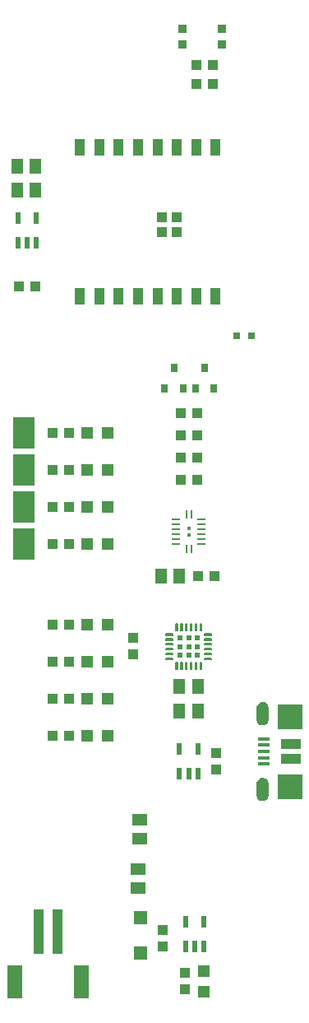
<source format=gbr>
G04 EAGLE Gerber RS-274X export*
G75*
%MOMM*%
%FSLAX34Y34*%
%LPD*%
%INSolderpaste Top*%
%IPPOS*%
%AMOC8*
5,1,8,0,0,1.08239X$1,22.5*%
G01*
%ADD10R,1.240000X1.500000*%
%ADD11R,1.000000X1.075000*%
%ADD12R,0.550000X1.200000*%
%ADD13R,1.400000X1.400000*%
%ADD14R,1.000000X4.600000*%
%ADD15R,1.600000X3.400000*%
%ADD16R,1.200000X1.200000*%
%ADD17R,1.000000X1.100000*%
%ADD18R,1.500000X1.240000*%
%ADD19R,1.100000X1.700000*%
%ADD20R,1.016000X1.016000*%
%ADD21R,1.100000X1.000000*%
%ADD22R,0.900000X0.900000*%
%ADD23C,0.140000*%
%ADD24R,0.600000X0.600000*%
%ADD25R,2.000000X1.000000*%
%ADD26R,2.500000X2.500000*%
%ADD27R,1.250000X0.300000*%
%ADD28R,0.800000X0.900000*%
%ADD29R,0.800000X0.800000*%
%ADD30R,0.400000X0.400000*%
%ADD31R,0.190000X0.850000*%
%ADD32R,0.850000X0.190000*%
%ADD33R,2.235200X3.302000*%

G36*
X585297Y284841D02*
X585297Y284841D01*
X585342Y284856D01*
X585417Y284871D01*
X586482Y285245D01*
X586524Y285269D01*
X586594Y285298D01*
X587565Y285872D01*
X587602Y285904D01*
X587666Y285946D01*
X588506Y286699D01*
X588536Y286737D01*
X588590Y286790D01*
X589267Y287693D01*
X589289Y287736D01*
X589332Y287799D01*
X589820Y288816D01*
X589833Y288863D01*
X589862Y288933D01*
X590143Y290026D01*
X590146Y290074D01*
X590162Y290149D01*
X590223Y291275D01*
X590221Y291291D01*
X590224Y291310D01*
X590224Y302310D01*
X590222Y302325D01*
X590223Y302345D01*
X590162Y303471D01*
X590151Y303518D01*
X590143Y303594D01*
X589862Y304687D01*
X589842Y304731D01*
X589820Y304804D01*
X589332Y305821D01*
X589304Y305860D01*
X589267Y305927D01*
X588590Y306830D01*
X588555Y306863D01*
X588506Y306921D01*
X587666Y307674D01*
X587625Y307700D01*
X587565Y307748D01*
X586594Y308322D01*
X586549Y308339D01*
X586482Y308375D01*
X585417Y308749D01*
X585370Y308757D01*
X585297Y308779D01*
X584180Y308938D01*
X584179Y308938D01*
X583992Y308937D01*
X582718Y308737D01*
X582671Y308720D01*
X582582Y308699D01*
X581385Y308221D01*
X581342Y308194D01*
X581260Y308154D01*
X580199Y307422D01*
X580163Y307386D01*
X580132Y307361D01*
X580122Y307355D01*
X580118Y307349D01*
X580092Y307328D01*
X579221Y306378D01*
X579194Y306336D01*
X579137Y306263D01*
X578500Y305143D01*
X578483Y305096D01*
X578444Y305013D01*
X578071Y303779D01*
X578066Y303729D01*
X578046Y303639D01*
X577957Y302354D01*
X577959Y302334D01*
X577956Y302310D01*
X577956Y291310D01*
X577959Y291295D01*
X577957Y291275D01*
X578018Y290149D01*
X578030Y290102D01*
X578037Y290026D01*
X578318Y288933D01*
X578338Y288889D01*
X578360Y288816D01*
X578848Y287799D01*
X578877Y287760D01*
X578913Y287693D01*
X579590Y286790D01*
X579625Y286757D01*
X579674Y286699D01*
X580514Y285946D01*
X580555Y285920D01*
X580615Y285872D01*
X581586Y285298D01*
X581631Y285281D01*
X581698Y285245D01*
X582763Y284871D01*
X582810Y284863D01*
X582884Y284841D01*
X584000Y284682D01*
X584028Y284683D01*
X584180Y284682D01*
X585297Y284841D01*
G37*
G36*
X585297Y206841D02*
X585297Y206841D01*
X585342Y206856D01*
X585417Y206871D01*
X586482Y207245D01*
X586524Y207269D01*
X586594Y207298D01*
X587565Y207872D01*
X587602Y207904D01*
X587666Y207946D01*
X588506Y208699D01*
X588536Y208737D01*
X588590Y208790D01*
X589267Y209693D01*
X589289Y209736D01*
X589332Y209799D01*
X589820Y210816D01*
X589833Y210863D01*
X589862Y210933D01*
X590143Y212026D01*
X590146Y212074D01*
X590162Y212149D01*
X590223Y213275D01*
X590221Y213291D01*
X590224Y213310D01*
X590224Y224310D01*
X590222Y224325D01*
X590223Y224345D01*
X590162Y225471D01*
X590151Y225518D01*
X590143Y225594D01*
X589862Y226687D01*
X589842Y226731D01*
X589820Y226804D01*
X589332Y227821D01*
X589304Y227860D01*
X589267Y227927D01*
X588590Y228830D01*
X588555Y228863D01*
X588506Y228921D01*
X587666Y229674D01*
X587625Y229700D01*
X587565Y229748D01*
X586594Y230322D01*
X586549Y230339D01*
X586482Y230375D01*
X585417Y230749D01*
X585370Y230757D01*
X585297Y230779D01*
X584180Y230938D01*
X584179Y230938D01*
X583992Y230937D01*
X582718Y230737D01*
X582671Y230720D01*
X582582Y230699D01*
X581385Y230221D01*
X581342Y230194D01*
X581260Y230154D01*
X580199Y229422D01*
X580163Y229386D01*
X580132Y229361D01*
X580122Y229355D01*
X580118Y229349D01*
X580092Y229328D01*
X579221Y228378D01*
X579194Y228336D01*
X579137Y228263D01*
X578500Y227143D01*
X578483Y227096D01*
X578444Y227013D01*
X578071Y225779D01*
X578066Y225729D01*
X578046Y225639D01*
X577957Y224354D01*
X577959Y224334D01*
X577956Y224310D01*
X577956Y213310D01*
X577959Y213295D01*
X577957Y213275D01*
X578018Y212149D01*
X578030Y212102D01*
X578037Y212026D01*
X578318Y210933D01*
X578338Y210889D01*
X578360Y210816D01*
X578848Y209799D01*
X578877Y209760D01*
X578913Y209693D01*
X579590Y208790D01*
X579625Y208757D01*
X579674Y208699D01*
X580514Y207946D01*
X580555Y207920D01*
X580615Y207872D01*
X581586Y207298D01*
X581631Y207281D01*
X581698Y207245D01*
X582763Y206871D01*
X582810Y206863D01*
X582884Y206841D01*
X584000Y206682D01*
X584028Y206683D01*
X584180Y206682D01*
X585297Y206841D01*
G37*
D10*
X498500Y325120D03*
X517500Y325120D03*
D11*
X450850Y358022D03*
X450850Y375022D03*
D10*
X331368Y835660D03*
X350368Y835660D03*
D12*
X332130Y780749D03*
X341630Y780749D03*
X351130Y780749D03*
X351130Y806751D03*
X332130Y806751D03*
D13*
X458470Y87080D03*
X458470Y50080D03*
D14*
X373220Y72560D03*
X353220Y72560D03*
D15*
X397220Y20560D03*
X329220Y20560D03*
D12*
X504850Y56849D03*
X514350Y56849D03*
X523850Y56849D03*
X523850Y82851D03*
X504850Y82851D03*
D16*
X523240Y11090D03*
X523240Y32090D03*
D17*
X504190Y13090D03*
X504190Y30090D03*
D18*
X455930Y117500D03*
X455930Y136500D03*
D17*
X481330Y74540D03*
X481330Y57540D03*
D19*
X535855Y879140D03*
X515855Y879140D03*
X495855Y879140D03*
X475855Y879140D03*
X455855Y879140D03*
X435855Y879140D03*
X415855Y879140D03*
X395855Y879140D03*
X395855Y726140D03*
X415855Y726140D03*
X435855Y726140D03*
X455855Y726140D03*
X475855Y726140D03*
X495855Y726140D03*
X515855Y726140D03*
X535855Y726140D03*
D20*
X495935Y807720D03*
X495935Y792480D03*
X480695Y792480D03*
X480695Y807720D03*
D21*
X533010Y944880D03*
X516010Y944880D03*
X533010Y963930D03*
X516010Y963930D03*
X517280Y438150D03*
X534280Y438150D03*
X516500Y560070D03*
X499500Y560070D03*
D22*
X542470Y1001140D03*
X542470Y985140D03*
X501470Y985140D03*
X501470Y1001140D03*
D23*
X491300Y378960D02*
X484700Y378960D01*
X491300Y378960D02*
X491300Y377560D01*
X484700Y377560D01*
X484700Y378960D01*
X484700Y378890D02*
X491300Y378890D01*
X491300Y373960D02*
X484700Y373960D01*
X491300Y373960D02*
X491300Y372560D01*
X484700Y372560D01*
X484700Y373960D01*
X484700Y373890D02*
X491300Y373890D01*
X491300Y368960D02*
X484700Y368960D01*
X491300Y368960D02*
X491300Y367560D01*
X484700Y367560D01*
X484700Y368960D01*
X484700Y368890D02*
X491300Y368890D01*
X491300Y363960D02*
X484700Y363960D01*
X491300Y363960D02*
X491300Y362560D01*
X484700Y362560D01*
X484700Y363960D01*
X484700Y363890D02*
X491300Y363890D01*
X491300Y358960D02*
X484700Y358960D01*
X491300Y358960D02*
X491300Y357560D01*
X484700Y357560D01*
X484700Y358960D01*
X484700Y358890D02*
X491300Y358890D01*
X491300Y353960D02*
X484700Y353960D01*
X491300Y353960D02*
X491300Y352560D01*
X484700Y352560D01*
X484700Y353960D01*
X484700Y353890D02*
X491300Y353890D01*
X496200Y349060D02*
X496200Y342460D01*
X494800Y342460D01*
X494800Y349060D01*
X496200Y349060D01*
X496200Y343790D02*
X494800Y343790D01*
X494800Y345120D02*
X496200Y345120D01*
X496200Y346450D02*
X494800Y346450D01*
X494800Y347780D02*
X496200Y347780D01*
X501200Y349060D02*
X501200Y342460D01*
X499800Y342460D01*
X499800Y349060D01*
X501200Y349060D01*
X501200Y343790D02*
X499800Y343790D01*
X499800Y345120D02*
X501200Y345120D01*
X501200Y346450D02*
X499800Y346450D01*
X499800Y347780D02*
X501200Y347780D01*
X506200Y349060D02*
X506200Y342460D01*
X504800Y342460D01*
X504800Y349060D01*
X506200Y349060D01*
X506200Y343790D02*
X504800Y343790D01*
X504800Y345120D02*
X506200Y345120D01*
X506200Y346450D02*
X504800Y346450D01*
X504800Y347780D02*
X506200Y347780D01*
X511200Y349060D02*
X511200Y342460D01*
X509800Y342460D01*
X509800Y349060D01*
X511200Y349060D01*
X511200Y343790D02*
X509800Y343790D01*
X509800Y345120D02*
X511200Y345120D01*
X511200Y346450D02*
X509800Y346450D01*
X509800Y347780D02*
X511200Y347780D01*
X516200Y349060D02*
X516200Y342460D01*
X514800Y342460D01*
X514800Y349060D01*
X516200Y349060D01*
X516200Y343790D02*
X514800Y343790D01*
X514800Y345120D02*
X516200Y345120D01*
X516200Y346450D02*
X514800Y346450D01*
X514800Y347780D02*
X516200Y347780D01*
X521200Y349060D02*
X521200Y342460D01*
X519800Y342460D01*
X519800Y349060D01*
X521200Y349060D01*
X521200Y343790D02*
X519800Y343790D01*
X519800Y345120D02*
X521200Y345120D01*
X521200Y346450D02*
X519800Y346450D01*
X519800Y347780D02*
X521200Y347780D01*
X524700Y352560D02*
X531300Y352560D01*
X524700Y352560D02*
X524700Y353960D01*
X531300Y353960D01*
X531300Y352560D01*
X531300Y353890D02*
X524700Y353890D01*
X524700Y357560D02*
X531300Y357560D01*
X524700Y357560D02*
X524700Y358960D01*
X531300Y358960D01*
X531300Y357560D01*
X531300Y358890D02*
X524700Y358890D01*
X524700Y362560D02*
X531300Y362560D01*
X524700Y362560D02*
X524700Y363960D01*
X531300Y363960D01*
X531300Y362560D01*
X531300Y363890D02*
X524700Y363890D01*
X524700Y367560D02*
X531300Y367560D01*
X524700Y367560D02*
X524700Y368960D01*
X531300Y368960D01*
X531300Y367560D01*
X531300Y368890D02*
X524700Y368890D01*
X524700Y372560D02*
X531300Y372560D01*
X524700Y372560D02*
X524700Y373960D01*
X531300Y373960D01*
X531300Y372560D01*
X531300Y373890D02*
X524700Y373890D01*
X524700Y377560D02*
X531300Y377560D01*
X524700Y377560D02*
X524700Y378960D01*
X531300Y378960D01*
X531300Y377560D01*
X531300Y378890D02*
X524700Y378890D01*
X519800Y382460D02*
X519800Y389060D01*
X521200Y389060D01*
X521200Y382460D01*
X519800Y382460D01*
X519800Y383790D02*
X521200Y383790D01*
X521200Y385120D02*
X519800Y385120D01*
X519800Y386450D02*
X521200Y386450D01*
X521200Y387780D02*
X519800Y387780D01*
X514800Y389060D02*
X514800Y382460D01*
X514800Y389060D02*
X516200Y389060D01*
X516200Y382460D01*
X514800Y382460D01*
X514800Y383790D02*
X516200Y383790D01*
X516200Y385120D02*
X514800Y385120D01*
X514800Y386450D02*
X516200Y386450D01*
X516200Y387780D02*
X514800Y387780D01*
X509800Y389060D02*
X509800Y382460D01*
X509800Y389060D02*
X511200Y389060D01*
X511200Y382460D01*
X509800Y382460D01*
X509800Y383790D02*
X511200Y383790D01*
X511200Y385120D02*
X509800Y385120D01*
X509800Y386450D02*
X511200Y386450D01*
X511200Y387780D02*
X509800Y387780D01*
X504800Y389060D02*
X504800Y382460D01*
X504800Y389060D02*
X506200Y389060D01*
X506200Y382460D01*
X504800Y382460D01*
X504800Y383790D02*
X506200Y383790D01*
X506200Y385120D02*
X504800Y385120D01*
X504800Y386450D02*
X506200Y386450D01*
X506200Y387780D02*
X504800Y387780D01*
X499800Y389060D02*
X499800Y382460D01*
X499800Y389060D02*
X501200Y389060D01*
X501200Y382460D01*
X499800Y382460D01*
X499800Y383790D02*
X501200Y383790D01*
X501200Y385120D02*
X499800Y385120D01*
X499800Y386450D02*
X501200Y386450D01*
X501200Y387780D02*
X499800Y387780D01*
X494800Y389060D02*
X494800Y382460D01*
X494800Y389060D02*
X496200Y389060D01*
X496200Y382460D01*
X494800Y382460D01*
X494800Y383790D02*
X496200Y383790D01*
X496200Y385120D02*
X494800Y385120D01*
X494800Y386450D02*
X496200Y386450D01*
X496200Y387780D02*
X494800Y387780D01*
D24*
X499000Y356760D03*
X508000Y365760D03*
X499000Y365760D03*
X499000Y374760D03*
X517000Y374760D03*
X517000Y356760D03*
X517000Y365760D03*
X508000Y374760D03*
X508000Y356760D03*
D25*
X613090Y250310D03*
X613090Y265310D03*
D26*
X612090Y221810D03*
X612090Y293810D03*
D27*
X585340Y244810D03*
X585340Y251310D03*
X585340Y257810D03*
X585340Y264310D03*
X585340Y270810D03*
D10*
X331368Y859790D03*
X350368Y859790D03*
D21*
X516500Y582930D03*
X499500Y582930D03*
X499500Y605790D03*
X516500Y605790D03*
D28*
X492760Y652350D03*
X502260Y631350D03*
X483260Y631350D03*
X524510Y652350D03*
X534010Y631350D03*
X515010Y631350D03*
D21*
X350130Y736600D03*
X333130Y736600D03*
D29*
X572770Y685800D03*
X557530Y685800D03*
D30*
X508000Y487370D03*
X508000Y480370D03*
D31*
X505500Y501870D03*
X510500Y501870D03*
D32*
X521000Y496370D03*
X521000Y491370D03*
X521000Y486370D03*
X521000Y481370D03*
X521000Y476370D03*
X521000Y471370D03*
D31*
X510500Y465870D03*
X505500Y465870D03*
D32*
X495000Y471370D03*
X495000Y476370D03*
X495000Y481370D03*
X495000Y486370D03*
X495000Y491370D03*
X495000Y496370D03*
D21*
X516500Y537210D03*
X499500Y537210D03*
X384420Y471170D03*
X367420Y471170D03*
D16*
X424520Y471170D03*
X403520Y471170D03*
D10*
X479450Y438150D03*
X498450Y438150D03*
D21*
X384420Y509270D03*
X367420Y509270D03*
D16*
X424520Y509270D03*
X403520Y509270D03*
D21*
X384420Y274320D03*
X367420Y274320D03*
D16*
X424520Y274320D03*
X403520Y274320D03*
D21*
X384420Y312420D03*
X367420Y312420D03*
D16*
X424520Y312420D03*
X403520Y312420D03*
D21*
X384420Y350520D03*
X367420Y350520D03*
D16*
X424520Y350520D03*
X403520Y350520D03*
D21*
X384420Y388620D03*
X367420Y388620D03*
D16*
X424520Y388620D03*
X403520Y388620D03*
D21*
X384420Y547370D03*
X367420Y547370D03*
D16*
X424520Y547370D03*
X403520Y547370D03*
D21*
X384420Y585470D03*
X367420Y585470D03*
D16*
X424520Y585470D03*
X403520Y585470D03*
D33*
X337820Y471170D03*
X337820Y509270D03*
X337820Y547370D03*
X337820Y585470D03*
D12*
X498500Y234649D03*
X508000Y234649D03*
X517500Y234649D03*
X517500Y260651D03*
X498500Y260651D03*
D10*
X517500Y299720D03*
X498500Y299720D03*
D18*
X457200Y168300D03*
X457200Y187300D03*
D17*
X535940Y239150D03*
X535940Y256150D03*
M02*

</source>
